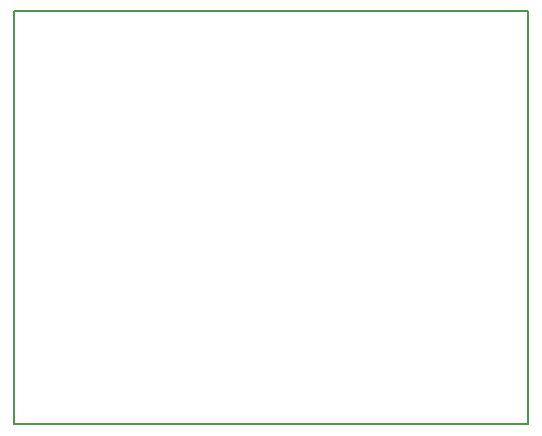
<source format=gbo>
G04 MADE WITH FRITZING*
G04 WWW.FRITZING.ORG*
G04 DOUBLE SIDED*
G04 HOLES PLATED*
G04 CONTOUR ON CENTER OF CONTOUR VECTOR*
%ASAXBY*%
%FSLAX23Y23*%
%MOIN*%
%OFA0B0*%
%SFA1.0B1.0*%
%ADD10R,1.721190X1.385830X1.705190X1.369830*%
%ADD11C,0.008000*%
%LNSILK0*%
G90*
G70*
G54D11*
X4Y1382D02*
X1717Y1382D01*
X1717Y4D01*
X4Y4D01*
X4Y1382D01*
D02*
G04 End of Silk0*
M02*
</source>
